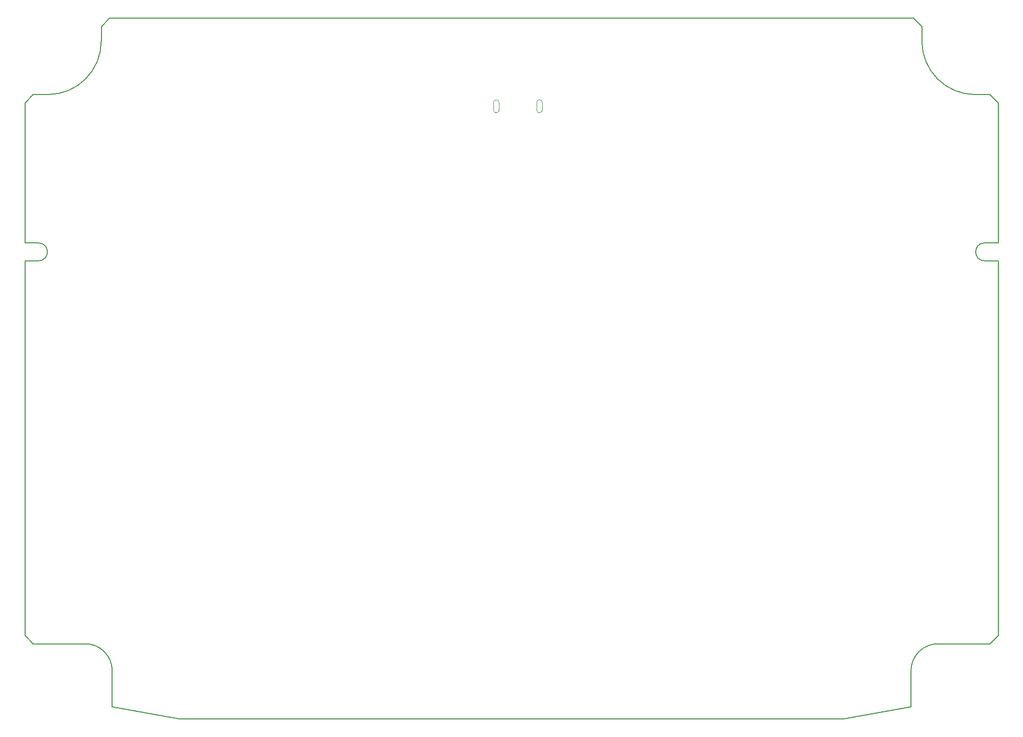
<source format=gm1>
G04 #@! TF.GenerationSoftware,KiCad,Pcbnew,(5.99.0-10483-ga6ad7a4a70)*
G04 #@! TF.CreationDate,2021-06-13T23:03:44+03:00*
G04 #@! TF.ProjectId,hellen121vag,68656c6c-656e-4313-9231-7661672e6b69,b*
G04 #@! TF.SameCoordinates,PX2b953a0PY6943058*
G04 #@! TF.FileFunction,Profile,NP*
%FSLAX46Y46*%
G04 Gerber Fmt 4.6, Leading zero omitted, Abs format (unit mm)*
G04 Created by KiCad (PCBNEW (5.99.0-10483-ga6ad7a4a70)) date 2021-06-13 23:03:44*
%MOMM*%
%LPD*%
G01*
G04 APERTURE LIST*
G04 #@! TA.AperFunction,Profile*
%ADD10C,0.200000*%
G04 #@! TD*
G04 #@! TA.AperFunction,Profile*
%ADD11C,0.120000*%
G04 #@! TD*
G04 APERTURE END LIST*
D10*
X137960000Y0D02*
X149315200Y2000000D01*
X12860000Y114140000D02*
X12860000Y116585787D01*
X2300000Y80150000D02*
G75*
G02*
X2300000Y77150000I167J-1500000D01*
G01*
X160140000Y105140001D02*
G75*
G02*
X151140000Y114140001I0J9000000D01*
G01*
X14700000Y2000000D02*
X14700000Y8208001D01*
X10200000Y12650002D02*
G75*
G02*
X14700000Y8208001I-46893J-4547884D01*
G01*
X161700000Y80150001D02*
X164000000Y80150001D01*
X149300001Y8088001D02*
G75*
G02*
X153887200Y12650000I4569203J-7175D01*
G01*
X0Y14064214D02*
X0Y77150000D01*
X3860000Y105140000D02*
X1414214Y105140000D01*
X149725787Y118000001D02*
X14274214Y118000000D01*
X162585787Y12650000D02*
X153887200Y12650000D01*
X2300000Y77150000D02*
X0Y77150000D01*
X149315200Y2000000D02*
X149300000Y8088001D01*
X137960000Y0D02*
X26040000Y0D01*
X164000000Y14064214D02*
X164000000Y77150001D01*
X12860000Y116585787D02*
X14274214Y118000000D01*
X164000000Y80150001D02*
X164000000Y103725787D01*
X151140000Y116585787D02*
X149725787Y118000000D01*
X2300000Y80150000D02*
X0Y80150000D01*
X26040000Y0D02*
X14700000Y2000000D01*
X164000001Y103725787D02*
X162585787Y105140001D01*
X160140000Y105140001D02*
X162585787Y105140001D01*
X161700000Y77150001D02*
X164000000Y77150001D01*
X164000000Y14064214D02*
X162585787Y12650001D01*
X12860000Y114140000D02*
G75*
G02*
X3860000Y105140000I-9000000J0D01*
G01*
X0Y103725787D02*
X1414214Y105140000D01*
X151140000Y114140001D02*
X151140000Y116585787D01*
X161700000Y77150001D02*
G75*
G02*
X161700000Y80150001I0J1500000D01*
G01*
X0Y80150001D02*
X0Y103725787D01*
X0Y14064214D02*
X1414214Y12650001D01*
X1414214Y12650000D02*
X10200000Y12650000D01*
D11*
G04 #@! TO.C,J1*
X86253407Y102508782D02*
X86253407Y103888437D01*
X78958886Y102514921D02*
X78958886Y103894576D01*
X87141114Y103822801D02*
X87141114Y102443146D01*
X79846593Y103828940D02*
X79846593Y102449285D01*
X79846594Y103828940D02*
G75*
G03*
X78958887Y103894576I-446837J-7527D01*
G01*
X78958888Y102514921D02*
G75*
G03*
X79846592Y102449285I446835J7526D01*
G01*
X87141115Y103822801D02*
G75*
G03*
X86253408Y103888437I-446837J-7527D01*
G01*
X86253409Y102508782D02*
G75*
G03*
X87141113Y102443146I446835J7526D01*
G01*
G04 #@! TD*
M02*

</source>
